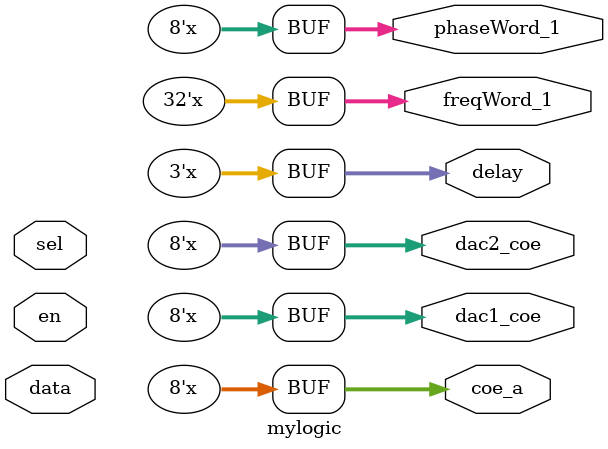
<source format=v>
module mylogic(
	input en,
	input [2:0] sel,
	input [7:0] data,
	output reg [7:0] coe_a,
	output reg [2:0] delay,
	output reg [31:0] freqWord_1,
	output reg [7:0] phaseWord_1,
	output reg [7:0] dac1_coe,
	output reg [7:0] dac2_coe
);

	reg [7:0] coe_a_tmp;
	reg [2:0] delay_tmp;
	reg [31:0] freqWord_1_tmp;
	reg [7:0] phaseWord_1_tmp;
	reg [7:0] dac1_coe_tmp;
	reg [7:0] dac2_coe_tmp;

	always @(*)
		if(en==1'b0) begin
			case(sel)
				3'b001: begin	// Ma 30%~90% 10% step
					case (data[3:0])
						4'b0000: begin
							coe_a_tmp = 8'd39;
						end
						4'b0001: begin
							coe_a_tmp = 8'd51;
						end
						4'b0010: begin
							coe_a_tmp = 8'd64;
						end
						4'b0011: begin
							coe_a_tmp = 8'd77;
						end
						4'b0100: begin
							coe_a_tmp = 8'd90;
						end
						4'b0101: begin
							coe_a_tmp = 8'd103;
						end
						4'b0110: begin
							coe_a_tmp = 8'd115;
						end
						default: begin
							coe_a_tmp = 8'd115;    // default
						end
					endcase
				end
				3'b010: begin	// Sm Delay 50~200ns 30ns step
					case (data[3:0])
						4'b0000: begin	// 50ns
							delay_tmp = 3'b000;
						end
						4'b0001: begin	// 80ns
							delay_tmp = 3'b001;
						end
						4'b0010: begin	// 110ns
							delay_tmp = 3'b010;
						end
						4'b0011: begin	// 140ns
							delay_tmp = 3'b011;
						end
						4'b0100: begin	// 170ns
							delay_tmp = 3'b100;
						end
						4'b0101: begin	// 200ns
							delay_tmp = 3'b101;
						end
						default: begin
							delay_tmp = 3'b000;    // default to 50ns
						end
					endcase
				end
				3'b011: begin	// fc 30~40M 1MHz step
					case (data[3:0])
						4'b0000: begin
							freqWord_1_tmp = 32'd1030792151;
						end
						4'b0001: begin
							freqWord_1_tmp = 32'd1065151889;
						end
						4'b0010: begin
							freqWord_1_tmp = 32'd1099511628;
						end
						4'b0011: begin
							freqWord_1_tmp = 32'd1133871366;
						end
						4'b0100: begin
							freqWord_1_tmp = 32'd1168231105;
						end
						4'b0101: begin
							freqWord_1_tmp = 32'd1202590843;
						end
						4'b0110: begin
							freqWord_1_tmp = 32'd1236950581;
						end
						4'b0111: begin
							freqWord_1_tmp = 32'd1271310320;
						end
						4'b1000: begin
							freqWord_1_tmp = 32'd1305670058;
						end
						4'b1001: begin
							freqWord_1_tmp = 32'd1340029796;
						end
						4'b1010: begin
							freqWord_1_tmp = 32'd1374389535
;
						end
						default: begin
							freqWord_1_tmp = 32'd1030792151;    // default
						end
					endcase
				end
				3'b100: begin	// Sm Phase 0~180deg 30deg step
					case (data[3:0])
						4'b0000: begin
							phaseWord_1_tmp = 8'd0;
						end
						4'b0001: begin
							phaseWord_1_tmp = 8'd21;
						end
						4'b0010: begin
							phaseWord_1_tmp = 8'd43;
						end
						4'b0011: begin
							phaseWord_1_tmp = 8'd64;
						end
						4'b0100: begin
							phaseWord_1_tmp = 8'd85;
						end
						4'b0101: begin
							phaseWord_1_tmp = 8'd107;
						end
						4'b0110: begin
							phaseWord_1_tmp = 8'd128;
						end
						default: begin
							phaseWord_1_tmp = 8'd0;   // default
						end
					endcase
				end
				3'b101: begin	
					dac1_coe_tmp=data;
				end
				3'b110: begin	
					dac2_coe_tmp=data;
				end
			endcase
			phaseWord_1=phaseWord_1;
			delay=delay;
			coe_a=coe_a;
			freqWord_1=freqWord_1;
			dac1_coe_tmp=dac1_coe_tmp;
			dac2_coe_tmp=dac2_coe_tmp;
		end
		else begin
			phaseWord_1=phaseWord_1_tmp;
			delay=delay_tmp;
         coe_a=coe_a_tmp;
			freqWord_1=freqWord_1_tmp;
			dac1_coe=dac1_coe_tmp;
			dac2_coe=dac2_coe_tmp;
		end
endmodule
</source>
